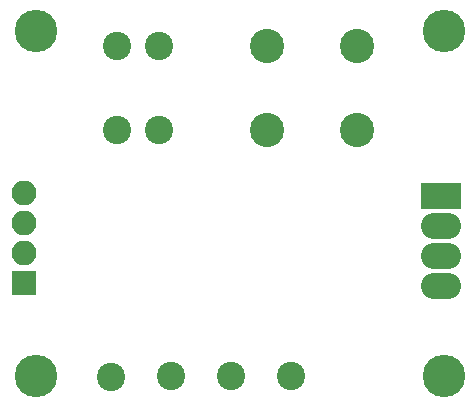
<source format=gbr>
G04 #@! TF.GenerationSoftware,KiCad,Pcbnew,5.0.0-fee4fd1~66~ubuntu18.04.1*
G04 #@! TF.CreationDate,2018-10-10T23:42:05+08:00*
G04 #@! TF.ProjectId,Solid State Relay Kit,536F6C69642053746174652052656C61,rev?*
G04 #@! TF.SameCoordinates,Original*
G04 #@! TF.FileFunction,Soldermask,Bot*
G04 #@! TF.FilePolarity,Negative*
%FSLAX46Y46*%
G04 Gerber Fmt 4.6, Leading zero omitted, Abs format (unit mm)*
G04 Created by KiCad (PCBNEW 5.0.0-fee4fd1~66~ubuntu18.04.1) date Wed Oct 10 23:42:05 2018*
%MOMM*%
%LPD*%
G01*
G04 APERTURE LIST*
%ADD10C,2.400000*%
%ADD11O,3.400000X2.200000*%
%ADD12R,3.400000X2.200000*%
%ADD13R,2.100000X2.100000*%
%ADD14O,2.100000X2.100000*%
%ADD15C,2.900000*%
%ADD16C,3.600000*%
G04 APERTURE END LIST*
D10*
G04 #@! TO.C,SSR1*
X39370000Y-50897801D03*
G04 #@! TD*
G04 #@! TO.C,SSR2*
X44450000Y-50800000D03*
G04 #@! TD*
G04 #@! TO.C,5V1*
X49530000Y-50800000D03*
G04 #@! TD*
G04 #@! TO.C,GND1*
X54610000Y-50800000D03*
G04 #@! TD*
D11*
G04 #@! TO.C,J2*
X67310000Y-43180000D03*
D12*
X67310000Y-35560000D03*
D11*
X67310000Y-38100000D03*
X67310000Y-40640000D03*
G04 #@! TD*
D13*
G04 #@! TO.C,J1*
X32004000Y-42962400D03*
D14*
X32004000Y-40422400D03*
X32004000Y-37882400D03*
X32004000Y-35342400D03*
G04 #@! TD*
D10*
G04 #@! TO.C,U2*
X43428000Y-29928000D03*
D15*
X60198000Y-29928000D03*
D10*
X39878000Y-29928000D03*
D15*
X52578000Y-29928000D03*
G04 #@! TD*
G04 #@! TO.C,U1*
X52578000Y-22816000D03*
D10*
X39878000Y-22816000D03*
D15*
X60198000Y-22816000D03*
D10*
X43428000Y-22816000D03*
G04 #@! TD*
D16*
G04 #@! TO.C,REF\002A\002A*
X33020000Y-21590000D03*
G04 #@! TD*
G04 #@! TO.C,REF\002A\002A*
X33020000Y-50800000D03*
G04 #@! TD*
G04 #@! TO.C,REF\002A\002A*
X67564000Y-21590000D03*
G04 #@! TD*
G04 #@! TO.C,REF\002A\002A*
X67564000Y-50800000D03*
G04 #@! TD*
M02*

</source>
